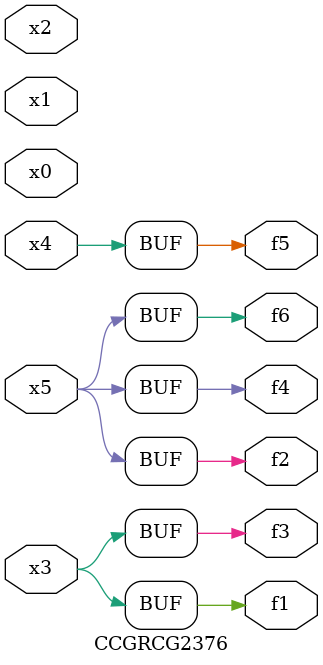
<source format=v>
module CCGRCG2376(
	input x0, x1, x2, x3, x4, x5,
	output f1, f2, f3, f4, f5, f6
);
	assign f1 = x3;
	assign f2 = x5;
	assign f3 = x3;
	assign f4 = x5;
	assign f5 = x4;
	assign f6 = x5;
endmodule

</source>
